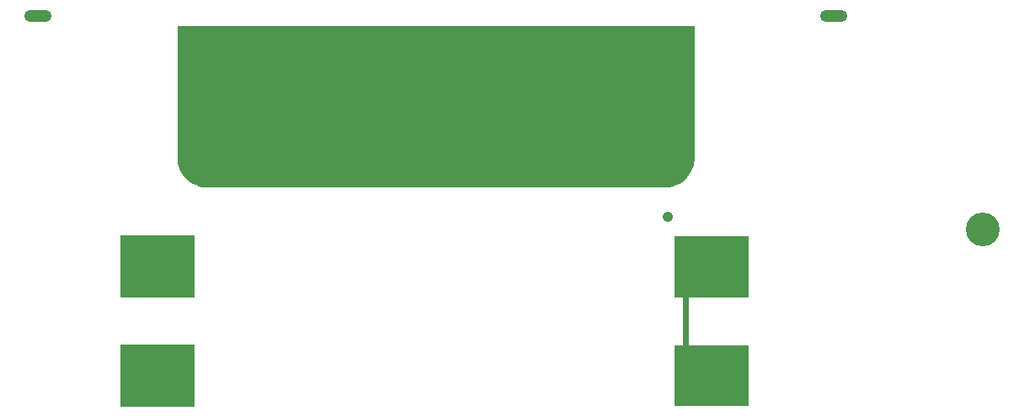
<source format=gbs>
G04 #@! TF.GenerationSoftware,KiCad,Pcbnew,8.0.2-1*
G04 #@! TF.CreationDate,2024-06-30T18:52:21+01:00*
G04 #@! TF.ProjectId,solderbit-gamepad,736f6c64-6572-4626-9974-2d67616d6570,v1.4*
G04 #@! TF.SameCoordinates,Original*
G04 #@! TF.FileFunction,Soldermask,Bot*
G04 #@! TF.FilePolarity,Negative*
%FSLAX46Y46*%
G04 Gerber Fmt 4.6, Leading zero omitted, Abs format (unit mm)*
G04 Created by KiCad (PCBNEW 8.0.2-1) date 2024-06-30 18:52:21*
%MOMM*%
%LPD*%
G01*
G04 APERTURE LIST*
G04 Aperture macros list*
%AMRoundRect*
0 Rectangle with rounded corners*
0 $1 Rounding radius*
0 $2 $3 $4 $5 $6 $7 $8 $9 X,Y pos of 4 corners*
0 Add a 4 corners polygon primitive as box body*
4,1,4,$2,$3,$4,$5,$6,$7,$8,$9,$2,$3,0*
0 Add four circle primitives for the rounded corners*
1,1,$1+$1,$2,$3*
1,1,$1+$1,$4,$5*
1,1,$1+$1,$6,$7*
1,1,$1+$1,$8,$9*
0 Add four rect primitives between the rounded corners*
20,1,$1+$1,$2,$3,$4,$5,0*
20,1,$1+$1,$4,$5,$6,$7,0*
20,1,$1+$1,$6,$7,$8,$9,0*
20,1,$1+$1,$8,$9,$2,$3,0*%
%AMFreePoly0*
4,1,29,3.751870,14.076870,3.763000,14.050000,3.763000,7.950000,3.751870,7.923130,3.725000,7.912000,-2.290440,7.912000,-2.288343,3.088000,3.725000,3.088000,3.751870,3.076870,3.763000,3.050000,3.763000,-3.050000,3.751870,-3.076870,3.725000,-3.088000,-3.725000,-3.088000,-3.751870,-3.076870,-3.763000,-3.050000,-3.763000,3.050000,-3.751870,3.076870,-3.725000,3.088000,-2.859560,3.088000,
-2.861657,7.912000,-3.725000,7.912000,-3.751870,7.923130,-3.763000,7.950000,-3.763000,14.050000,-3.751870,14.076870,-3.725000,14.088000,3.725000,14.088000,3.751870,14.076870,3.751870,14.076870,$1*%
G04 Aperture macros list end*
%ADD10C,0.000000*%
%ADD11O,2.776000X1.176000*%
%ADD12C,1.076000*%
%ADD13FreePoly0,0.000000*%
%ADD14RoundRect,0.038000X-3.725000X-3.050000X3.725000X-3.050000X3.725000X3.050000X-3.725000X3.050000X0*%
%ADD15C,3.400000*%
G04 APERTURE END LIST*
D10*
G36*
X130264719Y-51814719D02*
G01*
X130262399Y-51983065D01*
X130224701Y-52317640D01*
X130149780Y-52645891D01*
X130038578Y-52963689D01*
X129892492Y-53267038D01*
X129713361Y-53552123D01*
X129503437Y-53815360D01*
X129265360Y-54053437D01*
X129002123Y-54263361D01*
X128717038Y-54442492D01*
X128413689Y-54588578D01*
X128095891Y-54699780D01*
X127767640Y-54774701D01*
X127433065Y-54812399D01*
X127264719Y-54814719D01*
X81264720Y-54814719D01*
X81096374Y-54812399D01*
X80761799Y-54774701D01*
X80433548Y-54699780D01*
X80115750Y-54588578D01*
X79812400Y-54442492D01*
X79527315Y-54263361D01*
X79264078Y-54053437D01*
X79026001Y-53815360D01*
X78816077Y-53552123D01*
X78636946Y-53267038D01*
X78490860Y-52963688D01*
X78379658Y-52645890D01*
X78304737Y-52317639D01*
X78267039Y-51983064D01*
X78264719Y-51814718D01*
X78264719Y-38564719D01*
X130264719Y-38564719D01*
X130264719Y-51814719D01*
G37*
D11*
X64264719Y-37514719D03*
X144264719Y-37514719D03*
D12*
X127575000Y-57800000D03*
D13*
X132000000Y-73750000D03*
D14*
X76250000Y-62750000D03*
X76250000Y-73750000D03*
D15*
X159264719Y-59014719D03*
M02*

</source>
